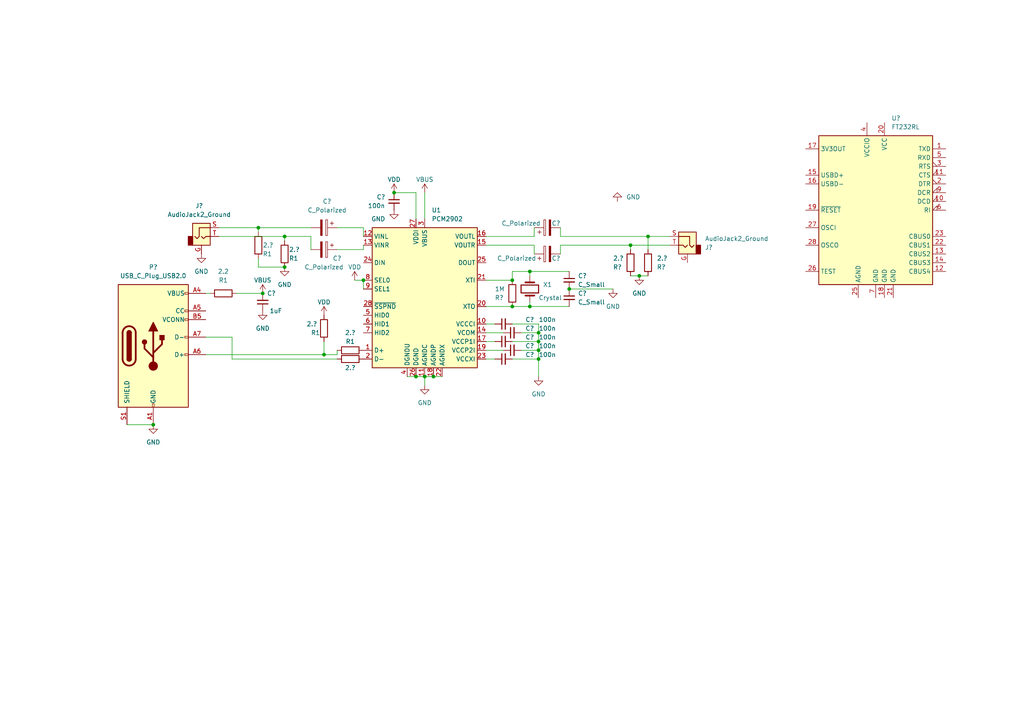
<source format=kicad_sch>
(kicad_sch (version 20230121) (generator eeschema)
  (paper "A4")
  (title_block (title "CAT_Interface") (rev "1") (company "Barce(TM)"))
  (lib_symbols
    (symbol "Audio:PCM2902"
      (property "Reference" "U" (at -14.732 21.59 0))
      (property "Value" "PCM2902" (at 10.922 21.59 0))
      (symbol "PCM2902_0_1"
        (rectangle (start -15.24 20.32) (end 15.24 -20.32) (stroke (width 0.254)) (fill (type background)))
      )
      (symbol "PCM2902_1_1"
        (pin bidirectional line (at -17.78 -15.24 0) (length 2.54) (name "D+") (number "1"))
        (pin passive line (at 17.78 -7.62 180) (length 2.54) (name "VCCCI") (number "10"))
        (pin power_in line (at 0 -22.86 90) (length 2.54) (name "AGNDC") (number "11"))
        (pin input line (at -17.78 17.78 0) (length 2.54) (name "VINL") (number "12"))
        (pin input line (at -17.78 15.24 0) (length 2.54) (name "VINR") (number "13"))
        (pin passive line (at 17.78 -10.16 180) (length 2.54) (name "VCOM") (number "14"))
        (pin output line (at 17.78 15.24 180) (length 2.54) (name "VOUTR") (number "15"))
        (pin output line (at 17.78 17.78 180) (length 2.54) (name "VOUTL") (number "16"))
        (pin passive line (at 17.78 -12.7 180) (length 2.54) (name "VCCP1I") (number "17"))
        (pin power_in line (at 2.54 -22.86 90) (length 2.54) (name "AGNDP") (number "18"))
        (pin passive line (at 17.78 -15.24 180) (length 2.54) (name "VCCP2I") (number "19"))
        (pin bidirectional line (at -17.78 -17.78 0) (length 2.54) (name "D-") (number "2"))
        (pin output line (at 17.78 -2.54 180) (length 2.54) (name "XTO") (number "20"))
        (pin input line (at 17.78 5.08 180) (length 2.54) (name "XTI") (number "21"))
        (pin power_in line (at 5.08 -22.86 90) (length 2.54) (name "AGNDX") (number "22"))
        (pin passive line (at 17.78 -17.78 180) (length 2.54) (name "VCCXI") (number "23"))
        (pin input line (at -17.78 10.16 0) (length 2.54) (name "DIN") (number "24"))
        (pin output line (at 17.78 10.16 180) (length 2.54) (name "DOUT") (number "25"))
        (pin power_in line (at -2.54 -22.86 90) (length 2.54) (name "DGND") (number "26"))
        (pin power_out line (at -2.54 22.86 270) (length 2.54) (name "VDDI") (number "27"))
        (pin output line (at -17.78 -2.54 0) (length 2.54) (name "~{SSPND}") (number "28"))
        (pin power_in line (at 0 22.86 270) (length 2.54) (name "VBUS") (number "3"))
        (pin power_in line (at -5.08 -22.86 90) (length 2.54) (name "DGNDU") (number "4"))
        (pin input line (at -17.78 -5.08 0) (length 2.54) (name "HID0") (number "5"))
        (pin input line (at -17.78 -7.62 0) (length 2.54) (name "HID1") (number "6"))
        (pin input line (at -17.78 -10.16 0) (length 2.54) (name "HID2") (number "7"))
        (pin input line (at -17.78 5.08 0) (length 2.54) (name "SEL0") (number "8"))
        (pin input line (at -17.78 2.54 0) (length 2.54) (name "SEL1") (number "9"))
      )
    )
    (symbol "Connector:AudioJack2_Ground"
      (property "Reference" "J" (at 0 8.89 0))
      (property "Value" "AudioJack2_Ground" (at 0 6.35 0))
      (symbol "AudioJack2_Ground_0_1"
        (rectangle (start -2.54 -2.54) (end -3.81 0) (stroke (width 0.254)) (fill (type outline)))
        (polyline (pts (xy 0 0) (xy 0.635 -0.635) (xy 1.27 0) (xy 2.54 0)) (stroke (width 0.254)))
        (polyline (pts (xy 2.54 2.54) (xy -0.635 2.54) (xy -0.635 0) (xy -1.27 -0.635) (xy -1.905 0)) (stroke (width 0.254)))
        (rectangle (start 2.54 3.81) (end -2.54 -2.54) (stroke (width 0.254)) (fill (type background)))
      )
      (symbol "AudioJack2_Ground_1_1"
        (pin passive line (at 0 -5.08 90) (length 2.54) (name "~") (number "G"))
        (pin passive line (at 5.08 2.54 180) (length 2.54) (name "~") (number "S"))
        (pin passive line (at 5.08 0 180) (length 2.54) (name "~") (number "T"))
      )
    )
    (symbol "Connector:USB_C_Plug_USB2.0" (pin_names (offset 1.016))
      (property "Reference" "P" (at -10.16 19.05 0))
      (property "Value" "USB_C_Plug_USB2.0" (at 12.7 19.05 0))
      (symbol "USB_C_Plug_USB2.0_0_0"
        (rectangle (start -0.254 -17.78) (end 0.254 -16.764))
        (rectangle (start 10.16 -2.286) (end 9.144 -2.794))
        (rectangle (start 10.16 2.794) (end 9.144 2.286))
        (rectangle (start 10.16 7.874) (end 9.144 7.366))
        (rectangle (start 10.16 10.414) (end 9.144 9.906))
        (rectangle (start 10.16 15.494) (end 9.144 14.986))
      )
      (symbol "USB_C_Plug_USB2.0_0_1"
        (rectangle (start -10.16 17.78) (end 10.16 -17.78) (stroke (width 0.254)) (fill (type background)))
        (arc (start -8.89 -3.81) (mid -6.985 -5.7067) (end -5.08 -3.81) (stroke (width 0.508)))
        (arc (start -7.62 -3.81) (mid -6.985 -4.4423) (end -6.35 -3.81) (stroke (width 0.254)))
        (arc (start -7.62 -3.81) (mid -6.985 -4.4423) (end -6.35 -3.81) (stroke (width 0.254)) (fill (type outline)))
        (rectangle (start -7.62 -3.81) (end -6.35 3.81) (stroke (width 0.254)) (fill (type outline)))
        (arc (start -6.35 3.81) (mid -6.985 4.4423) (end -7.62 3.81) (stroke (width 0.254)))
        (arc (start -6.35 3.81) (mid -6.985 4.4423) (end -7.62 3.81) (stroke (width 0.254)) (fill (type outline)))
        (arc (start -5.08 3.81) (mid -6.985 5.7067) (end -8.89 3.81) (stroke (width 0.508)))
        (circle (center -2.54 1.143) (radius 0.635) (stroke (width 0.254)) (fill (type outline)))
        (circle (center 0 -5.842) (radius 1.27) (fill (type outline)))
        (polyline (pts (xy -8.89 -3.81) (xy -8.89 3.81)) (stroke (width 0.508)))
        (polyline (pts (xy -5.08 3.81) (xy -5.08 -3.81)) (stroke (width 0.508)))
        (polyline (pts (xy 0 -5.842) (xy 0 4.318)) (stroke (width 0.508)))
        (polyline (pts (xy 0 -3.302) (xy -2.54 -0.762) (xy -2.54 0.508)) (stroke (width 0.508)))
        (polyline (pts (xy 0 -2.032) (xy 2.54 0.508) (xy 2.54 1.778)) (stroke (width 0.508)))
        (polyline (pts (xy -1.27 4.318) (xy 0 6.858) (xy 1.27 4.318) (xy -1.27 4.318)) (stroke (width 0.254)) (fill (type outline)))
        (rectangle (start 1.905 1.778) (end 3.175 3.048) (stroke (width 0.254)) (fill (type outline)))
      )
      (symbol "USB_C_Plug_USB2.0_1_1"
        (pin passive line (at 0 -22.86 90) (length 5.08) (name "GND") (number "A1"))
        (pin passive line (at 0 -22.86 90) (length 5.08) hide (name "GND") (number "A12"))
        (pin passive line (at 15.24 15.24 180) (length 5.08) (name "VBUS") (number "A4"))
        (pin bidirectional line (at 15.24 10.16 180) (length 5.08) (name "CC") (number "A5"))
        (pin bidirectional line (at 15.24 -2.54 180) (length 5.08) (name "D+") (number "A6"))
        (pin bidirectional line (at 15.24 2.54 180) (length 5.08) (name "D-") (number "A7"))
        (pin passive line (at 15.24 15.24 180) (length 5.08) hide (name "VBUS") (number "A9"))
        (pin passive line (at 0 -22.86 90) (length 5.08) hide (name "GND") (number "B1"))
        (pin passive line (at 0 -22.86 90) (length 5.08) hide (name "GND") (number "B12"))
        (pin passive line (at 15.24 15.24 180) (length 5.08) hide (name "VBUS") (number "B4"))
        (pin bidirectional line (at 15.24 7.62 180) (length 5.08) (name "VCONN") (number "B5"))
        (pin passive line (at 15.24 15.24 180) (length 5.08) hide (name "VBUS") (number "B9"))
        (pin passive line (at -7.62 -22.86 90) (length 5.08) (name "SHIELD") (number "S1"))
      )
    )
    (symbol "Device:C_Polarized" (pin_numbers hide) (pin_names (offset 0.254))
      (property "Reference" "C" (at 0.635 2.54 0))
      (property "Value" "C_Polarized" (at 0.635 -2.54 0))
      (symbol "C_Polarized_0_1"
        (rectangle (start -2.286 0.508) (end 2.286 1.016))
        (polyline (pts (xy -1.778 2.286) (xy -0.762 2.286)))
        (polyline (pts (xy -1.27 2.794) (xy -1.27 1.778)))
        (rectangle (start 2.286 -0.508) (end -2.286 -1.016) (fill (type outline)))
      )
      (symbol "C_Polarized_1_1"
        (pin passive line (at 0 3.81 270) (length 2.794) (name "~") (number "1"))
        (pin passive line (at 0 -3.81 90) (length 2.794) (name "~") (number "2"))
      )
    )
    (symbol "Device:C_Small" (pin_numbers hide) (pin_names (offset 0.254) hide)
      (property "Reference" "C" (at 0.254 1.778 0))
      (property "Value" "C_Small" (at 0.254 -2.032 0))
      (symbol "C_Small_0_1"
        (polyline (pts (xy -1.524 -0.508) (xy 1.524 -0.508)) (stroke (width 0.3302)))
        (polyline (pts (xy -1.524 0.508) (xy 1.524 0.508)) (stroke (width 0.3048)))
      )
      (symbol "C_Small_1_1"
        (pin passive line (at 0 2.54 270) (length 2.032) (name "~") (number "1"))
        (pin passive line (at 0 -2.54 90) (length 2.032) (name "~") (number "2"))
      )
    )
    (symbol "Device:Crystal" (pin_numbers hide) (pin_names (offset 1.016) hide)
      (property "Reference" "Y" (at 0 3.81 0))
      (property "Value" "Crystal" (at 0 -3.81 0))
      (symbol "Crystal_0_1"
        (rectangle (start -1.143 2.54) (end 1.143 -2.54) (stroke (width 0.3048)))
        (polyline (pts (xy -2.54 0) (xy -1.905 0)))
        (polyline (pts (xy -1.905 -1.27) (xy -1.905 1.27)) (stroke (width 0.508)))
        (polyline (pts (xy 1.905 -1.27) (xy 1.905 1.27)) (stroke (width 0.508)))
        (polyline (pts (xy 2.54 0) (xy 1.905 0)))
      )
      (symbol "Crystal_1_1"
        (pin passive line (at -3.81 0 0) (length 1.27) (name "1") (number "1"))
        (pin passive line (at 3.81 0 180) (length 1.27) (name "2") (number "2"))
      )
    )
    (symbol "Device:R" (pin_numbers hide) (pin_names (offset 0))
      (property "Reference" "R" (at 2.032 0 90))
      (property "Value" "R" (at 0 0 90))
      (symbol "R_0_1"
        (rectangle (start -1.016 -2.54) (end 1.016 2.54) (stroke (width 0.254)))
      )
      (symbol "R_1_1"
        (pin passive line (at 0 3.81 270) (length 1.27) (name "~") (number "1"))
        (pin passive line (at 0 -3.81 90) (length 1.27) (name "~") (number "2"))
      )
    )
    (symbol "GND_1" (power) (pin_names (offset 0))
      (property "Value" "GND_1" (at 0 -3.81 0))
      (symbol "GND_1_0_1"
        (polyline (pts (xy 0 0) (xy 0 -1.27) (xy 1.27 -1.27) (xy 0 -2.54) (xy -1.27 -1.27) (xy 0 -1.27)))
      )
      (symbol "GND_1_1_1"
        (pin power_in line (at 0 0 270) (length 0) hide (name "GND") (number "1"))
      )
    )
    (symbol "Interface_USB:FT232RL"
      (property "Reference" "U" (at -16.51 22.86 0))
      (property "Value" "FT232RL" (at 10.16 22.86 0))
      (symbol "FT232RL_0_1"
        (rectangle (start -16.51 21.59) (end 16.51 -21.59) (stroke (width 0.254)) (fill (type background)))
      )
      (symbol "FT232RL_1_1"
        (pin output line (at 20.32 17.78 180) (length 3.81) (name "TXD") (number "1"))
        (pin input input_low (at 20.32 2.54 180) (length 3.81) (name "DCD") (number "10"))
        (pin input input_low (at 20.32 10.16 180) (length 3.81) (name "CTS") (number "11"))
        (pin bidirectional line (at 20.32 -17.78 180) (length 3.81) (name "CBUS4") (number "12"))
        (pin bidirectional line (at 20.32 -12.7 180) (length 3.81) (name "CBUS2") (number "13"))
        (pin bidirectional line (at 20.32 -15.24 180) (length 3.81) (name "CBUS3") (number "14"))
        (pin bidirectional line (at -20.32 10.16 0) (length 3.81) (name "USBD+") (number "15"))
        (pin bidirectional line (at -20.32 7.62 0) (length 3.81) (name "USBD-") (number "16"))
        (pin power_out line (at -20.32 17.78 0) (length 3.81) (name "3V3OUT") (number "17"))
        (pin power_in line (at 2.54 -25.4 90) (length 3.81) (name "GND") (number "18"))
        (pin input line (at -20.32 0 0) (length 3.81) (name "~{RESET}") (number "19"))
        (pin output output_low (at 20.32 7.62 180) (length 3.81) (name "DTR") (number "2"))
        (pin power_in line (at 2.54 25.4 270) (length 3.81) (name "VCC") (number "20"))
        (pin power_in line (at 5.08 -25.4 90) (length 3.81) (name "GND") (number "21"))
        (pin bidirectional line (at 20.32 -10.16 180) (length 3.81) (name "CBUS1") (number "22"))
        (pin bidirectional line (at 20.32 -7.62 180) (length 3.81) (name "CBUS0") (number "23"))
        (pin power_in line (at -5.08 -25.4 90) (length 3.81) (name "AGND") (number "25"))
        (pin input line (at -20.32 -17.78 0) (length 3.81) (name "TEST") (number "26"))
        (pin input line (at -20.32 -5.08 0) (length 3.81) (name "OSCI") (number "27"))
        (pin output line (at -20.32 -10.16 0) (length 3.81) (name "OSCO") (number "28"))
        (pin output output_low (at 20.32 12.7 180) (length 3.81) (name "RTS") (number "3"))
        (pin power_in line (at -2.54 25.4 270) (length 3.81) (name "VCCIO") (number "4"))
        (pin input line (at 20.32 15.24 180) (length 3.81) (name "RXD") (number "5"))
        (pin input input_low (at 20.32 0 180) (length 3.81) (name "RI") (number "6"))
        (pin power_in line (at 0 -25.4 90) (length 3.81) (name "GND") (number "7"))
        (pin input input_low (at 20.32 5.08 180) (length 3.81) (name "DCR") (number "9"))
      )
    )
    (symbol "power:GND" (power) (pin_names (offset 0))
      (property "Value" "GND" (at 0 -3.81 0))
      (symbol "GND_0_1"
        (polyline (pts (xy 0 0) (xy 0 -1.27) (xy 1.27 -1.27) (xy 0 -2.54) (xy -1.27 -1.27) (xy 0 -1.27)))
      )
      (symbol "GND_1_1"
        (pin power_in line (at 0 0 270) (length 0) hide (name "GND") (number "1"))
      )
    )
    (symbol "power:VBUS" (power) (pin_names (offset 0))
      (property "Value" "VBUS" (at 0 3.81 0))
      (symbol "VBUS_0_1"
        (polyline (pts (xy -0.762 1.27) (xy 0 2.54)))
        (polyline (pts (xy 0 0) (xy 0 2.54)))
        (polyline (pts (xy 0 2.54) (xy 0.762 1.27)))
      )
      (symbol "VBUS_1_1"
        (pin power_in line (at 0 0 90) (length 0) hide (name "VBUS") (number "1"))
      )
    )
    (symbol "power:VDD" (power) (pin_names (offset 0))
      (property "Value" "VDD" (at 0 3.81 0))
      (symbol "VDD_0_1"
        (polyline (pts (xy -0.762 1.27) (xy 0 2.54)))
        (polyline (pts (xy 0 0) (xy 0 2.54)))
        (polyline (pts (xy 0 2.54) (xy 0.762 1.27)))
      )
      (symbol "VDD_1_1"
        (pin power_in line (at 0 0 90) (length 0) hide (name "VDD") (number "1"))
      )
    )
  )
  (junction (at 148.59 81.28))
  (junction (at 125.73 109.22))
  (junction (at 153.67 88.9))
  (junction (at 105.41 81.28))
  (junction (at 76.2 85.09))
  (junction (at 182.88 71.12))
  (junction (at 82.55 68.58))
  (junction (at 123.19 109.22))
  (junction (at 156.21 101.6))
  (junction (at 156.21 104.14))
  (junction (at 93.98 102.87))
  (junction (at 120.65 109.22))
  (junction (at 156.21 96.52))
  (junction (at 187.96 68.58))
  (junction (at 153.67 78.74))
  (junction (at 165.1 83.82))
  (junction (at 148.59 88.9))
  (junction (at 156.21 99.06))
  (junction (at 44.45 123.19))
  (junction (at 74.93 66.04))
  (junction (at 114.3 55.88))
  (junction (at 82.55 77.47))
  (junction (at 185.42 80.01))
  (wire (pts (xy 154.94 68.58) (xy 154.94 66.04)))
  (wire (pts (xy 105.41 81.28) (xy 105.41 83.82)))
  (wire (pts (xy 156.21 93.98) (xy 156.21 96.52)))
  (wire (pts (xy 74.93 66.04) (xy 74.93 67.31)))
  (wire (pts (xy 74.93 77.47) (xy 74.93 74.93)))
  (wire (pts (xy 120.65 55.88) (xy 120.65 63.5)))
  (wire (pts (xy 74.93 66.04) (xy 90.17 66.04)))
  (wire (pts (xy 140.97 96.52) (xy 146.05 96.52)))
  (wire (pts (xy 140.97 71.12) (xy 154.94 71.12)))
  (wire (pts (xy 143.51 104.14) (xy 140.97 104.14)))
  (wire (pts (xy 59.69 97.79) (xy 67.31 97.79)))
  (wire (pts (xy 120.65 109.22) (xy 123.19 109.22)))
  (wire (pts (xy 63.5 68.58) (xy 82.55 68.58)))
  (wire (pts (xy 97.79 72.39) (xy 105.41 72.39)))
  (wire (pts (xy 105.41 66.04) (xy 105.41 68.58)))
  (wire (pts (xy 187.96 68.58) (xy 162.56 68.58)))
  (wire (pts (xy 162.56 71.12) (xy 162.56 73.66)))
  (wire (pts (xy 165.1 83.82) (xy 177.8 83.82)))
  (wire (pts (xy 194.31 71.12) (xy 182.88 71.12)))
  (wire (pts (xy 151.13 96.52) (xy 156.21 96.52)))
  (wire (pts (xy 182.88 80.01) (xy 185.42 80.01)))
  (wire (pts (xy 63.5 66.04) (xy 74.93 66.04)))
  (wire (pts (xy 153.67 78.74) (xy 153.67 80.01)))
  (wire (pts (xy 187.96 68.58) (xy 194.31 68.58)))
  (wire (pts (xy 59.69 85.09) (xy 60.96 85.09)))
  (wire (pts (xy 156.21 109.22) (xy 156.21 104.14)))
  (wire (pts (xy 140.97 101.6) (xy 146.05 101.6)))
  (wire (pts (xy 148.59 78.74) (xy 153.67 78.74)))
  (wire (pts (xy 140.97 93.98) (xy 143.51 93.98)))
  (wire (pts (xy 123.19 109.22) (xy 123.19 111.76)))
  (wire (pts (xy 148.59 99.06) (xy 156.21 99.06)))
  (wire (pts (xy 97.79 102.87) (xy 97.79 101.6)))
  (wire (pts (xy 187.96 72.39) (xy 187.96 68.58)))
  (wire (pts (xy 93.98 102.87) (xy 97.79 102.87)))
  (wire (pts (xy 140.97 81.28) (xy 148.59 81.28)))
  (wire (pts (xy 156.21 96.52) (xy 156.21 99.06)))
  (wire (pts (xy 153.67 87.63) (xy 153.67 88.9)))
  (wire (pts (xy 105.41 72.39) (xy 105.41 71.12)))
  (wire (pts (xy 67.31 97.79) (xy 67.31 104.14)))
  (wire (pts (xy 140.97 99.06) (xy 143.51 99.06)))
  (wire (pts (xy 59.69 102.87) (xy 93.98 102.87)))
  (wire (pts (xy 36.83 123.19) (xy 44.45 123.19)))
  (wire (pts (xy 123.19 109.22) (xy 125.73 109.22)))
  (wire (pts (xy 148.59 88.9) (xy 153.67 88.9)))
  (wire (pts (xy 68.58 85.09) (xy 76.2 85.09)))
  (wire (pts (xy 148.59 81.28) (xy 148.59 78.74)))
  (wire (pts (xy 185.42 80.01) (xy 187.96 80.01)))
  (wire (pts (xy 153.67 88.9) (xy 165.1 88.9)))
  (wire (pts (xy 114.3 55.88) (xy 120.65 55.88)))
  (wire (pts (xy 118.11 109.22) (xy 120.65 109.22)))
  (wire (pts (xy 93.98 99.06) (xy 93.98 102.87)))
  (wire (pts (xy 125.73 109.22) (xy 128.27 109.22)))
  (wire (pts (xy 156.21 101.6) (xy 156.21 99.06)))
  (wire (pts (xy 140.97 88.9) (xy 148.59 88.9)))
  (wire (pts (xy 154.94 71.12) (xy 154.94 73.66)))
  (wire (pts (xy 182.88 71.12) (xy 162.56 71.12)))
  (wire (pts (xy 140.97 68.58) (xy 154.94 68.58)))
  (wire (pts (xy 182.88 71.12) (xy 182.88 72.39)))
  (wire (pts (xy 97.79 66.04) (xy 105.41 66.04)))
  (wire (pts (xy 82.55 68.58) (xy 82.55 69.85)))
  (wire (pts (xy 102.87 81.28) (xy 105.41 81.28)))
  (wire (pts (xy 123.19 55.88) (xy 123.19 63.5)))
  (wire (pts (xy 162.56 68.58) (xy 162.56 66.04)))
  (wire (pts (xy 153.67 78.74) (xy 165.1 78.74)))
  (wire (pts (xy 151.13 101.6) (xy 156.21 101.6)))
  (wire (pts (xy 156.21 104.14) (xy 156.21 101.6)))
  (wire (pts (xy 148.59 104.14) (xy 156.21 104.14)))
  (wire (pts (xy 148.59 93.98) (xy 156.21 93.98)))
  (wire (pts (xy 90.17 68.58) (xy 90.17 72.39)))
  (wire (pts (xy 82.55 68.58) (xy 90.17 68.58)))
  (wire (pts (xy 67.31 104.14) (xy 97.79 104.14)))
  (wire (pts (xy 82.55 77.47) (xy 74.93 77.47)))
  (symbol (lib_name "GND_1") (lib_id "power:GND") (at 156.21 109.22 0) (unit 1)
    (property "Reference" "#PWR02" (effects hide))
    (property "Value" "GND" (at 156.21 114.3 0))
  )
  (symbol (lib_name "GND_1") (lib_id "power:GND") (at 82.55 77.47 0) (unit 1)
    (property "Reference" "#PWR07" (effects hide))
    (property "Value" "GND" (at 82.55 82.55 0))
  )
  (symbol (lib_name "GND_1") (lib_id "power:GND") (at 185.42 80.01 0) (unit 1)
    (property "Reference" "#PWR011" (effects hide))
    (property "Value" "GND" (at 185.42 85.09 0))
  )
  (symbol (lib_name "GND_1") (lib_id "power:GND") (at 76.2 90.17 0) (unit 1)
    (property "Reference" "#PWR04" (effects hide))
    (property "Value" "GND" (at 76.2 95.25 0))
  )
  (symbol (lib_id "Device:C_Small") (at 114.3 58.42 0) (unit 1)
    (property "Reference" "C?" (at 109.22 57.15 0) (effects (justify left)))
    (property "Value" "100n" (at 106.68 59.69 0) (effects (justify left)))
  )
  (symbol (lib_id "power:VDD") (at 114.3 55.88 0) (unit 1)
    (property "Reference" "#PWR08" (effects hide))
    (property "Value" "VDD" (at 114.3 52.07 0))
  )
  (symbol (lib_id "power:GND") (at 58.42 73.66 0) (unit 1)
    (property "Reference" "#PWR?" (effects hide))
    (property "Value" "GND" (at 58.42 78.74 0))
  )
  (symbol (lib_id "power:VBUS") (at 76.2 85.09 0) (unit 1)
    (property "Reference" "#PWR05" (effects hide))
    (property "Value" "VBUS" (at 76.2 81.28 0))
  )
  (symbol (lib_id "power:VDD") (at 102.87 81.28 0) (unit 1)
    (property "Reference" "#PWR09" (effects hide))
    (property "Value" "VDD" (at 102.87 77.47 0))
  )
  (symbol (lib_id "Connector:USB_C_Plug_USB2.0") (at 44.45 100.33 0) (unit 1)
    (property "Reference" "P?" (at 44.45 77.47 0))
    (property "Value" "USB_C_Plug_USB2.0" (at 44.45 80.01 0))
    (property "Datasheet" "https://www.usb.org/sites/default/files/documents/usb_type-c.zip" (effects hide))
  )
  (symbol (lib_id "Device:C_Small") (at 76.2 87.63 180) (unit 1)
    (property "Reference" "C?" (at 78.74 85.09 0))
    (property "Value" "1uF" (at 80.01 90.17 0))
  )
  (symbol (lib_id "Device:C_Small") (at 146.05 99.06 90) (unit 1)
    (property "Reference" "C?" (at 153.67 97.79 90))
    (property "Value" "100n" (at 158.75 97.79 90))
  )
  (symbol (lib_id "Device:R") (at 182.88 76.2 180) (unit 1)
    (property "Reference" "2.?" (at 177.8 74.93 0) (effects (justify right)))
    (property "Value" "R?" (at 177.8 77.47 0) (effects (justify right)))
  )
  (symbol (lib_id "Device:C_Small") (at 146.05 104.14 90) (unit 1)
    (property "Reference" "C?" (at 153.67 102.87 90))
    (property "Value" "100n" (at 158.75 102.87 90))
  )
  (symbol (lib_id "power:VBUS") (at 123.19 55.88 0) (unit 1)
    (property "Reference" "#PWR06" (effects hide))
    (property "Value" "VBUS" (at 123.19 52.07 0))
  )
  (symbol (lib_id "Connector:AudioJack2_Ground") (at 58.42 68.58 0) (unit 1)
    (property "Reference" "J?" (at 57.785 59.69 0))
    (property "Value" "AudioJack2_Ground" (at 57.785 62.23 0))
  )
  (symbol (lib_id "Connector:AudioJack2_Ground") (at 199.39 71.12 0) (mirror y) (unit 1)
    (property "Reference" "J?" (at 204.47 71.7551 0) (effects (justify right)))
    (property "Value" "AudioJack2_Ground" (at 204.47 69.2151 0) (effects (justify right)))
  )
  (symbol (lib_id "power:GND") (at 179.07 58.42 180) (unit 1)
    (property "Reference" "#PWR?" (effects hide))
    (property "Value" "GND" (at 181.61 57.1499 0) (effects (justify right)))
  )
  (symbol (lib_id "Device:C_Polarized") (at 158.75 66.04 90) (unit 1)
    (property "Reference" "C?" (at 161.29 64.77 90))
    (property "Value" "C_Polarized" (at 151.13 64.77 90))
  )
  (symbol (lib_id "Device:C_Small") (at 165.1 81.28 0) (unit 1)
    (property "Reference" "C?" (at 167.64 80.0162 0) (effects (justify left)))
    (property "Value" "C_Small" (at 167.64 82.5562 0) (effects (justify left)))
  )
  (symbol (lib_id "Device:R") (at 64.77 85.09 90) (unit 1)
    (property "Reference" "2.2" (at 64.77 78.74 90))
    (property "Value" "R1" (at 64.77 81.28 90))
  )
  (symbol (lib_id "power:GND") (at 114.3 60.96 0) (unit 1)
    (property "Reference" "#PWR?" (effects hide))
    (property "Value" "GND" (at 111.76 63.5 0) (effects (justify right)))
  )
  (symbol (lib_id "Device:R") (at 74.93 71.12 180) (unit 1)
    (property "Reference" "2.?" (at 76.2 71.12 0) (effects (justify right)))
    (property "Value" "R1" (at 76.2 73.66 0) (effects (justify right)))
  )
  (symbol (lib_id "power:VDD") (at 93.98 91.44 0) (unit 1)
    (property "Reference" "#PWR010" (effects hide))
    (property "Value" "VDD" (at 93.98 87.63 0))
  )
  (symbol (lib_id "Device:R") (at 101.6 101.6 90) (unit 1)
    (property "Reference" "2.?" (at 101.6 96.52 90))
    (property "Value" "R1" (at 101.6 99.06 90))
  )
  (symbol (lib_id "Device:R") (at 148.59 85.09 180) (unit 1)
    (property "Reference" "1M" (at 143.51 83.82 0) (effects (justify right)))
    (property "Value" "R?" (at 143.51 86.36 0) (effects (justify right)))
  )
  (symbol (lib_id "Device:Crystal") (at 153.67 83.82 270) (unit 1)
    (property "Reference" "X1" (at 157.48 82.5499 90) (effects (justify left)))
    (property "Value" "Crystal" (at 156.21 86.36 90) (effects (justify left)))
  )
  (symbol (lib_id "Device:C_Polarized") (at 158.75 73.66 90) (unit 1)
    (property "Reference" "C?" (at 161.29 74.93 90))
    (property "Value" "C_Polarized" (at 149.86 74.93 90))
  )
  (symbol (lib_id "Device:C_Small") (at 165.1 86.36 0) (unit 1)
    (property "Reference" "C?" (at 167.64 85.0962 0) (effects (justify left)))
    (property "Value" "C_Small" (at 167.64 87.6362 0) (effects (justify left)))
  )
  (symbol (lib_id "Audio:PCM2902") (at 123.19 86.36 0) (unit 1)
    (property "Reference" "U1" (at 125.2094 60.96 0) (effects (justify left)))
    (property "Value" "PCM2902" (at 125.2094 63.5 0) (effects (justify left)))
    (property "Footprint" "Package_SO:SSOP-28_5.3x10.2mm_P0.65mm" (effects hide))
    (property "Datasheet" "http://www.ti.com/lit/ds/symlink/pcm2902c.pdf" (effects hide))
  )
  (symbol (lib_id "Device:R") (at 101.6 104.14 90) (unit 1)
    (property "Reference" "2.?" (at 101.6 106.68 90))
    (property "Value" "R1" (effects hide))
  )
  (symbol (lib_id "Device:R") (at 187.96 76.2 180) (unit 1)
    (property "Reference" "2.?" (at 190.5 74.93 0) (effects (justify right)))
    (property "Value" "R?" (at 190.5 77.47 0) (effects (justify right)))
  )
  (symbol (lib_id "Device:R") (at 82.55 73.66 180) (unit 1)
    (property "Reference" "2.?" (at 83.82 72.39 0) (effects (justify right)))
    (property "Value" "R1" (at 83.82 74.93 0) (effects (justify right)))
  )
  (symbol (lib_id "Device:C_Small") (at 146.05 93.98 90) (unit 1)
    (property "Reference" "C?" (at 153.67 92.71 90))
    (property "Value" "100n" (at 158.75 92.71 90))
  )
  (symbol (lib_id "Device:C_Small") (at 148.59 96.52 90) (unit 1)
    (property "Reference" "C?" (at 153.67 95.25 90))
    (property "Value" "100n" (at 158.75 95.25 90))
  )
  (symbol (lib_name "GND_1") (lib_id "power:GND") (at 123.19 111.76 0) (unit 1)
    (property "Reference" "#PWR01" (effects hide))
    (property "Value" "GND" (at 123.19 116.84 0))
  )
  (symbol (lib_id "Interface_USB:FT232RL") (at 254 60.96 0) (unit 1)
    (property "Reference" "U?" (at 258.5594 34.29 0) (effects (justify left)))
    (property "Value" "FT232RL" (at 258.5594 36.83 0) (effects (justify left)))
    (property "Footprint" "Package_SO:SSOP-28_5.3x10.2mm_P0.65mm" (effects hide))
    (property "Datasheet" "https://www.ftdichip.com/Support/Documents/DataSheets/ICs/DS_FT232R.pdf" (effects hide))
  )
  (symbol (lib_id "Device:R") (at 93.98 95.25 180) (unit 1)
    (property "Reference" "2.?" (at 88.9 93.98 0) (effects (justify right)))
    (property "Value" "R1" (at 90.17 96.52 0) (effects (justify right)))
  )
  (symbol (lib_name "GND_1") (lib_id "power:GND") (at 177.8 83.82 0) (unit 1)
    (property "Reference" "#PWR03" (effects hide))
    (property "Value" "GND" (at 177.8 88.9 0))
  )
  (symbol (lib_id "Device:C_Polarized") (at 93.98 72.39 270) (unit 1)
    (property "Reference" "C?" (at 97.79 74.93 90))
    (property "Value" "C_Polarized" (at 93.98 77.47 90))
  )
  (symbol (lib_id "power:GND") (at 44.45 123.19 0) (unit 1)
    (property "Reference" "#PWR?" (effects hide))
    (property "Value" "GND" (at 44.45 128.27 0))
  )
  (symbol (lib_id "Device:C_Small") (at 148.59 101.6 90) (unit 1)
    (property "Reference" "C?" (at 153.67 100.33 90))
    (property "Value" "100n" (at 158.75 100.33 90))
  )
  (symbol (lib_id "Device:C_Polarized") (at 93.98 66.04 270) (unit 1)
    (property "Reference" "C?" (at 94.869 58.42 90))
    (property "Value" "C_Polarized" (at 94.869 60.96 90))
  )
)
</source>
